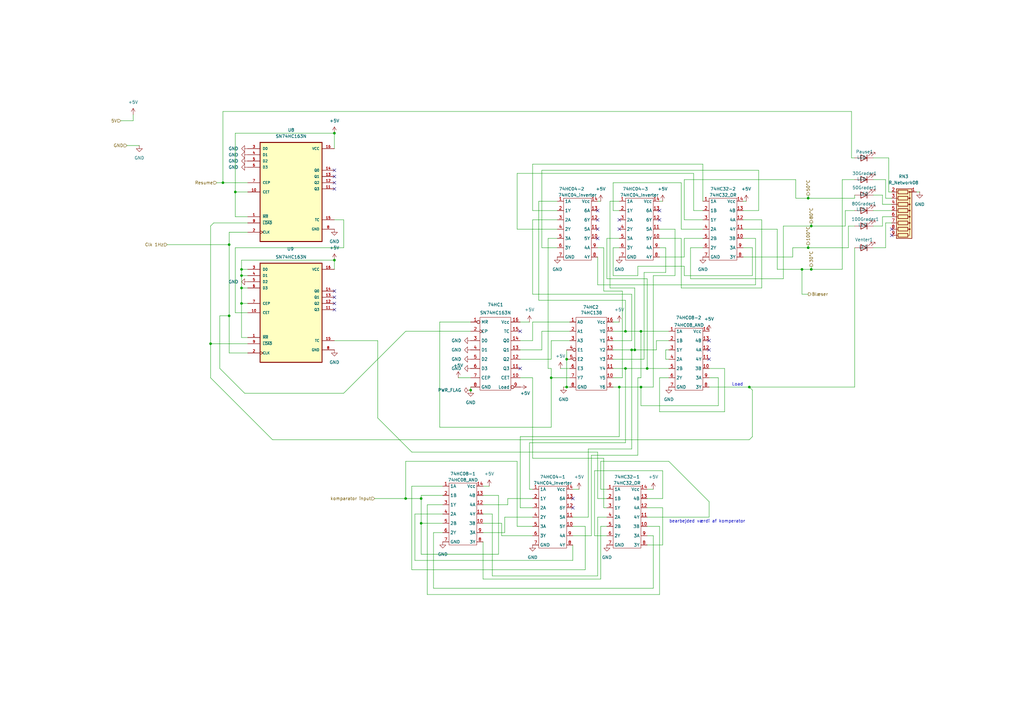
<source format=kicad_sch>
(kicad_sch (version 20231120) (generator "eeschema") (generator_version "8.0")
  (paper "A3")
  (lib_symbols
    (symbol "74HC04:74HC04"
      (property "Reference" "74HC04" (at 2.032 -2.032 0))
      (symbol "74HC04_0_1"
        (rectangle (start -3.81 -3.81) (end 7.62 -29.21))
      )
      (symbol "74HC04_1_1"
        (pin input line (at -6.35 -5.08 0) (length 2.54) (name "1A") (number "1"))
        (pin output line (at 10.16 -20.32 180) (length 2.54) (name "5Y") (number "10"))
        (pin input line (at 10.16 -16.51 180) (length 2.54) (name "5A") (number "11"))
        (pin output line (at 10.16 -12.7 180) (length 2.54) (name "6Y") (number "12"))
        (pin input line (at 10.16 -8.89 180) (length 2.54) (name "6A") (number "13"))
        (pin power_in line (at 10.16 -5.08 180) (length 2.54) (name "Vcc") (number "14"))
        (pin output line (at -6.35 -8.89 0) (length 2.54) (name "1Y") (number "2"))
        (pin input line (at -6.35 -12.7 0) (length 2.54) (name "2A") (number "3"))
        (pin output line (at -6.35 -16.51 0) (length 2.54) (name "2Y") (number "4"))
        (pin input line (at -6.35 -20.32 0) (length 2.54) (name "3A") (number "5"))
        (pin output line (at -6.35 -24.13 0) (length 2.54) (name "3Y") (number "6"))
        (pin passive line (at -6.35 -27.94 0) (length 2.54) (name "GND") (number "7"))
        (pin output line (at 10.16 -27.94 180) (length 2.54) (name "4Y") (number "8"))
        (pin input line (at 10.16 -24.13 180) (length 2.54) (name "4A") (number "9"))
      )
    )
    (symbol "74HC04:74HC138"
      (property "Reference" "74HC138" (at 1.27 -1.524 0))
      (symbol "74HC138_0_1"
        (rectangle (start -5.08 -3.175) (end 7.62 -33.02))
      )
      (symbol "74HC138_1_1"
        (pin input line (at -7.62 -5.08 0) (length 2.54) (name "A0") (number "1"))
        (pin output line (at 10.16 -27.94 180) (length 2.54) (name "Y5") (number "10"))
        (pin output line (at 10.16 -24.13 180) (length 2.54) (name "Y4") (number "11"))
        (pin output line (at 10.16 -20.32 180) (length 2.54) (name "Y3") (number "12"))
        (pin output line (at 10.16 -16.51 180) (length 2.54) (name "Y2") (number "13"))
        (pin output line (at 10.16 -12.7 180) (length 2.54) (name "Y1") (number "14"))
        (pin output line (at 10.16 -8.89 180) (length 2.54) (name "Y0") (number "15"))
        (pin power_in line (at 10.16 -5.08 180) (length 2.54) (name "Vcc") (number "16"))
        (pin input line (at -7.62 -8.89 0) (length 2.54) (name "A1") (number "2"))
        (pin input line (at -7.62 -12.7 0) (length 2.54) (name "A3") (number "3"))
        (pin input inverted (at -8.89 -16.51 0) (length 3.81) (name "E1") (number "4"))
        (pin input inverted (at -8.89 -20.32 0) (length 3.81) (name "E2") (number "5"))
        (pin input line (at -7.62 -24.13 0) (length 2.54) (name "E3") (number "6"))
        (pin output line (at -7.62 -27.94 0) (length 2.54) (name "Y7") (number "7"))
        (pin input line (at -7.62 -31.75 0) (length 2.54) (name "GND") (number "8"))
        (pin output line (at 10.16 -31.75 180) (length 2.54) (name "Y6") (number "9"))
      )
    )
    (symbol "74HC04:74HC163_Counter"
      (property "Reference" "74HC163" (at 1.27 0 0))
      (property "Value" "~" (at 1.27 -1.27 0))
      (symbol "74HC163_Counter_0_1"
        (rectangle (start -5.08 -3.175) (end 7.62 -33.02))
      )
      (symbol "74HC163_Counter_1_1"
        (pin input inverted (at -8.89 -5.08 0) (length 3.81) (name "MR") (number "1"))
        (pin input line (at 11.43 -27.94 180) (length 3.81) (name "CET") (number "10"))
        (pin output line (at 11.43 -24.13 180) (length 3.81) (name "Q3") (number "11"))
        (pin output line (at 11.43 -20.32 180) (length 3.81) (name "Q2") (number "12"))
        (pin output line (at 11.43 -16.51 180) (length 3.81) (name "Q1") (number "13"))
        (pin output line (at 11.43 -12.7 180) (length 3.81) (name "Q0") (number "14"))
        (pin output line (at 11.43 -8.89 180) (length 3.81) (name "TC") (number "15"))
        (pin power_in line (at 11.43 -5.08 180) (length 3.81) (name "Vcc") (number "16"))
        (pin input clock (at -8.89 -8.89 0) (length 3.81) (name "CP") (number "2"))
        (pin input line (at -8.89 -12.7 0) (length 3.81) (name "D0") (number "3"))
        (pin input line (at -8.89 -16.51 0) (length 3.81) (name "D1") (number "4"))
        (pin input line (at -8.89 -20.32 0) (length 3.81) (name "D2") (number "5"))
        (pin input line (at -8.89 -24.13 0) (length 3.81) (name "D3") (number "6"))
        (pin input line (at -8.89 -27.94 0) (length 3.81) (name "CEP") (number "7"))
        (pin passive line (at -8.89 -31.75 0) (length 3.81) (name "GND") (number "8"))
        (pin input inverted (at 11.43 -31.75 180) (length 3.81) (name "Load") (number "9"))
      )
    )
    (symbol "74HC04:74HC32"
      (property "Reference" "74HC32" (at -0.762 -1.016 0))
      (symbol "74HC32_0_1"
        (rectangle (start -6.35 -2.54) (end 5.08 -27.94))
      )
      (symbol "74HC32_1_1"
        (pin input line (at -8.89 -3.81 0) (length 2.54) (name "1A") (number "1"))
        (pin input line (at 7.62 -19.05 180) (length 2.54) (name "3B") (number "10"))
        (pin output line (at 7.62 -15.24 180) (length 2.54) (name "4Y") (number "11"))
        (pin input line (at 7.62 -11.43 180) (length 2.54) (name "4A") (number "12"))
        (pin input line (at 7.62 -7.62 180) (length 2.54) (name "4B") (number "13"))
        (pin power_in line (at 7.62 -3.81 180) (length 2.54) (name "Vcc") (number "14"))
        (pin input line (at -8.89 -7.62 0) (length 2.54) (name "1B") (number "2"))
        (pin output line (at -8.89 -11.43 0) (length 2.54) (name "1Y") (number "3"))
        (pin input line (at -8.89 -15.24 0) (length 2.54) (name "2A") (number "4"))
        (pin input line (at -8.89 -19.05 0) (length 2.54) (name "2B") (number "5"))
        (pin output line (at -8.89 -22.86 0) (length 2.54) (name "2Y") (number "6"))
        (pin input line (at -8.89 -26.67 0) (length 2.54) (name "GND") (number "7"))
        (pin output line (at 7.62 -26.67 180) (length 2.54) (name "3Y") (number "8"))
        (pin input line (at 7.62 -22.86 180) (length 2.54) (name "3A") (number "9"))
      )
    )
    (symbol "Device:LED" (pin_numbers hide) (pin_names (offset 1.016) hide)
      (property "Reference" "D" (at 0 2.54 0))
      (property "Value" "LED" (at 0 -2.54 0))
      (symbol "LED_0_1"
        (polyline (pts (xy -1.27 -1.27) (xy -1.27 1.27)) (stroke (width 0.254)))
        (polyline (pts (xy -1.27 0) (xy 1.27 0)))
        (polyline (pts (xy 1.27 -1.27) (xy 1.27 1.27) (xy -1.27 0) (xy 1.27 -1.27)) (stroke (width 0.254)))
        (polyline (pts (xy -3.048 -0.762) (xy -4.572 -2.286) (xy -3.81 -2.286) (xy -4.572 -2.286) (xy -4.572 -1.524)))
        (polyline (pts (xy -1.778 -0.762) (xy -3.302 -2.286) (xy -2.54 -2.286) (xy -3.302 -2.286) (xy -3.302 -1.524)))
      )
      (symbol "LED_1_1"
        (pin passive line (at -3.81 0 0) (length 2.54) (name "K") (number "1"))
        (pin passive line (at 3.81 0 180) (length 2.54) (name "A") (number "2"))
      )
    )
    (symbol "Device:R_Network08" (pin_names (offset 0) hide)
      (property "Reference" "RN" (at -12.7 0 90))
      (property "Value" "R_Network08" (at 10.16 0 90))
      (symbol "R_Network08_0_1"
        (rectangle (start -11.43 -3.175) (end 8.89 3.175) (stroke (width 0.254)) (fill (type background)))
        (rectangle (start -10.922 1.524) (end -9.398 -2.54) (stroke (width 0.254)))
        (circle (center -10.16 2.286) (radius 0.254) (fill (type outline)))
        (rectangle (start -8.382 1.524) (end -6.858 -2.54) (stroke (width 0.254)))
        (circle (center -7.62 2.286) (radius 0.254) (fill (type outline)))
        (rectangle (start -5.842 1.524) (end -4.318 -2.54) (stroke (width 0.254)))
        (circle (center -5.08 2.286) (radius 0.254) (fill (type outline)))
        (rectangle (start -3.302 1.524) (end -1.778 -2.54) (stroke (width 0.254)))
        (circle (center -2.54 2.286) (radius 0.254) (fill (type outline)))
        (rectangle (start -0.762 1.524) (end 0.762 -2.54) (stroke (width 0.254)))
        (polyline (pts (xy -10.16 -2.54) (xy -10.16 -3.81)))
        (polyline (pts (xy -7.62 -2.54) (xy -7.62 -3.81)))
        (polyline (pts (xy -5.08 -2.54) (xy -5.08 -3.81)))
        (polyline (pts (xy -2.54 -2.54) (xy -2.54 -3.81)))
        (polyline (pts (xy 0 -2.54) (xy 0 -3.81)))
        (polyline (pts (xy 2.54 -2.54) (xy 2.54 -3.81)))
        (polyline (pts (xy 5.08 -2.54) (xy 5.08 -3.81)))
        (polyline (pts (xy 7.62 -2.54) (xy 7.62 -3.81)))
        (polyline (pts (xy -10.16 1.524) (xy -10.16 2.286) (xy -7.62 2.286) (xy -7.62 1.524)))
        (polyline (pts (xy -7.62 1.524) (xy -7.62 2.286) (xy -5.08 2.286) (xy -5.08 1.524)))
        (polyline (pts (xy -5.08 1.524) (xy -5.08 2.286) (xy -2.54 2.286) (xy -2.54 1.524)))
        (polyline (pts (xy -2.54 1.524) (xy -2.54 2.286) (xy 0 2.286) (xy 0 1.524)))
        (polyline (pts (xy 0 1.524) (xy 0 2.286) (xy 2.54 2.286) (xy 2.54 1.524)))
        (polyline (pts (xy 2.54 1.524) (xy 2.54 2.286) (xy 5.08 2.286) (xy 5.08 1.524)))
        (polyline (pts (xy 5.08 1.524) (xy 5.08 2.286) (xy 7.62 2.286) (xy 7.62 1.524)))
        (circle (center 0 2.286) (radius 0.254) (fill (type outline)))
        (rectangle (start 1.778 1.524) (end 3.302 -2.54) (stroke (width 0.254)))
        (circle (center 2.54 2.286) (radius 0.254) (fill (type outline)))
        (rectangle (start 4.318 1.524) (end 5.842 -2.54) (stroke (width 0.254)))
        (circle (center 5.08 2.286) (radius 0.254) (fill (type outline)))
        (rectangle (start 6.858 1.524) (end 8.382 -2.54) (stroke (width 0.254)))
      )
      (symbol "R_Network08_1_1"
        (pin passive line (at -10.16 5.08 270) (length 2.54) (name "common") (number "1"))
        (pin passive line (at -10.16 -5.08 90) (length 1.27) (name "R1") (number "2"))
        (pin passive line (at -7.62 -5.08 90) (length 1.27) (name "R2") (number "3"))
        (pin passive line (at -5.08 -5.08 90) (length 1.27) (name "R3") (number "4"))
        (pin passive line (at -2.54 -5.08 90) (length 1.27) (name "R4") (number "5"))
        (pin passive line (at 0 -5.08 90) (length 1.27) (name "R5") (number "6"))
        (pin passive line (at 2.54 -5.08 90) (length 1.27) (name "R6") (number "7"))
        (pin passive line (at 5.08 -5.08 90) (length 1.27) (name "R7") (number "8"))
        (pin passive line (at 7.62 -5.08 90) (length 1.27) (name "R8") (number "9"))
      )
    )
    (symbol "SN74HC163N:SN74HC163N" (pin_names (offset 1.016))
      (property "Reference" "U" (at -12.7 21.32 0))
      (property "Value" "SN74HC163N" (at -12.7 -24.32 0))
      (symbol "SN74HC163N_0_0"
        (rectangle (start -12.7 -20.32) (end 12.7 20.32) (stroke (width 0.41)) (fill (type background)))
        (pin power_in line (at 17.78 17.78 180) (length 5.08) (name "VCC") (number "16"))
        (pin input clock (at -17.78 -16.51 0) (length 5.08) (name "CLK") (number "2"))
        (pin power_in line (at 17.78 -15.24 180) (length 5.08) (name "GND") (number "8"))
        (pin input line (at -17.78 -12.7 0) (length 5.08) (name "~{LOAD}") (number "9"))
      )
      (symbol "SN74HC163N_1_0"
        (pin input line (at -17.78 -10.16 0) (length 5.08) (name "~{MR}") (number "1"))
        (pin input line (at -17.78 0 0) (length 5.08) (name "CET") (number "10"))
        (pin output line (at 17.78 1.27 180) (length 5.08) (name "Q3") (number "11"))
        (pin output line (at 17.78 3.81 180) (length 5.08) (name "Q2") (number "12"))
        (pin output line (at 17.78 6.35 180) (length 5.08) (name "Q1") (number "13"))
        (pin output line (at 17.78 8.89 180) (length 5.08) (name "Q0") (number "14"))
        (pin output line (at 17.78 -11.43 180) (length 5.08) (name "TC") (number "15"))
        (pin input line (at -17.78 17.78 0) (length 5.08) (name "D0") (number "3"))
        (pin input line (at -17.78 15.24 0) (length 5.08) (name "D1") (number "4"))
        (pin input line (at -17.78 12.7 0) (length 5.08) (name "D2") (number "5"))
        (pin input line (at -17.78 10.16 0) (length 5.08) (name "D3") (number "6"))
        (pin input line (at -17.78 3.81 0) (length 5.08) (name "CEP") (number "7"))
      )
    )
    (symbol "SN74HC163N_1" (pin_names (offset 1.016))
      (property "Reference" "U" (at -12.7 21.32 0))
      (property "Value" "SN74HC163N" (at -12.7 -24.32 0))
      (symbol "SN74HC163N_1_0_0"
        (rectangle (start -12.7 -20.32) (end 12.7 20.32) (stroke (width 0.41)) (fill (type background)))
        (pin power_in line (at 17.78 17.78 180) (length 5.08) (name "VCC") (number "16"))
        (pin input clock (at -17.78 -16.51 0) (length 5.08) (name "CLK") (number "2"))
        (pin power_in line (at 17.78 -15.24 180) (length 5.08) (name "GND") (number "8"))
        (pin input line (at -17.78 -12.7 0) (length 5.08) (name "~{LOAD}") (number "9"))
      )
      (symbol "SN74HC163N_1_1_0"
        (pin input line (at -17.78 -10.16 0) (length 5.08) (name "~{MR}") (number "1"))
        (pin input line (at -17.78 0 0) (length 5.08) (name "CET") (number "10"))
        (pin output line (at 17.78 1.27 180) (length 5.08) (name "Q3") (number "11"))
        (pin output line (at 17.78 3.81 180) (length 5.08) (name "Q2") (number "12"))
        (pin output line (at 17.78 6.35 180) (length 5.08) (name "Q1") (number "13"))
        (pin output line (at 17.78 8.89 180) (length 5.08) (name "Q0") (number "14"))
        (pin output line (at 17.78 -11.43 180) (length 5.08) (name "TC") (number "15"))
        (pin input line (at -17.78 17.78 0) (length 5.08) (name "D0") (number "3"))
        (pin input line (at -17.78 15.24 0) (length 5.08) (name "D1") (number "4"))
        (pin input line (at -17.78 12.7 0) (length 5.08) (name "D2") (number "5"))
        (pin input line (at -17.78 10.16 0) (length 5.08) (name "D3") (number "6"))
        (pin input line (at -17.78 3.81 0) (length 5.08) (name "CEP") (number "7"))
      )
    )
    (symbol "power:+5V" (power) (pin_numbers hide) (pin_names (offset 0) hide)
      (property "Value" "+5V" (at 0 3.556 0))
      (symbol "+5V_0_1"
        (polyline (pts (xy -0.762 1.27) (xy 0 2.54)))
        (polyline (pts (xy 0 0) (xy 0 2.54)))
        (polyline (pts (xy 0 2.54) (xy 0.762 1.27)))
      )
      (symbol "+5V_1_1"
        (pin power_in line (at 0 0 90) (length 0) (name "~") (number "1"))
      )
    )
    (symbol "power:GND" (power) (pin_numbers hide) (pin_names (offset 0) hide)
      (property "Value" "GND" (at 0 -3.81 0))
      (symbol "GND_0_1"
        (polyline (pts (xy 0 0) (xy 0 -1.27) (xy 1.27 -1.27) (xy 0 -2.54) (xy -1.27 -1.27) (xy 0 -1.27)))
      )
      (symbol "GND_1_1"
        (pin power_in line (at 0 0 270) (length 0) (name "~") (number "1"))
      )
    )
    (symbol "power:PWR_FLAG" (power) (pin_numbers hide) (pin_names (offset 0) hide)
      (property "Value" "PWR_FLAG" (at 0 3.81 0))
      (symbol "PWR_FLAG_0_0"
        (pin power_out line (at 0 0 90) (length 0) (name "~") (number "1"))
      )
      (symbol "PWR_FLAG_0_1"
        (polyline (pts (xy 0 0) (xy 0 1.27) (xy -1.016 1.905) (xy 0 2.54) (xy 1.016 1.905) (xy 0 1.27)))
      )
    )
  )
  (junction (at 93.98 129.54))
  (junction (at 265.43 151.13))
  (junction (at 256.54 151.13))
  (junction (at 91.44 74.93))
  (junction (at 172.72 204.47))
  (junction (at 232.41 147.32))
  (junction (at 307.34 158.75))
  (junction (at 331.47 101.6))
  (junction (at 256.54 135.89))
  (junction (at 137.16 106.68))
  (junction (at 331.47 81.28))
  (junction (at 226.06 154.94))
  (junction (at 93.98 100.33))
  (junction (at 332.74 92.71))
  (junction (at 259.08 143.51))
  (junction (at 193.04 160.02))
  (junction (at 328.93 110.49))
  (junction (at 99.06 124.46))
  (junction (at 172.72 214.63))
  (junction (at 99.06 113.03))
  (junction (at 99.06 110.49))
  (junction (at 232.41 158.75))
  (junction (at 254 158.75))
  (junction (at 137.16 54.61))
  (junction (at 260.35 143.51))
  (junction (at 99.06 118.11))
  (junction (at 166.37 204.47))
  (junction (at 332.74 110.49))
  (junction (at 86.36 140.97))
  (junction (at 262.89 158.75))
  (junction (at 262.89 135.89))
  (junction (at 96.52 78.74))
  (no_connect (at 137.16 69.85))
  (no_connect (at 137.16 77.47))
  (no_connect (at 270.51 90.17))
  (no_connect (at 137.16 74.93))
  (no_connect (at 290.83 139.7))
  (no_connect (at 234.95 208.28))
  (no_connect (at 137.16 124.46))
  (no_connect (at 234.95 204.47))
  (no_connect (at 270.51 86.36))
  (no_connect (at 245.11 86.36))
  (no_connect (at 137.16 121.92))
  (no_connect (at 245.11 97.79))
  (no_connect (at 137.16 127))
  (no_connect (at 365.76 96.52))
  (no_connect (at 245.11 93.98))
  (no_connect (at 213.36 151.13))
  (no_connect (at 137.16 72.39))
  (no_connect (at 254 90.17))
  (no_connect (at 213.36 135.89))
  (no_connect (at 290.83 143.51))
  (no_connect (at 365.76 93.98))
  (no_connect (at 254 93.98))
  (no_connect (at 290.83 147.32))
  (no_connect (at 137.16 119.38))
  (no_connect (at 245.11 90.17))
  (wire (pts (xy 267.97 241.3) (xy 267.97 219.71)))
  (wire (pts (xy 218.44 154.94) (xy 213.36 154.94)))
  (wire (pts (xy 270.51 243.84) (xy 270.51 215.9)))
  (wire (pts (xy 226.06 154.94) (xy 226.06 151.13)))
  (wire (pts (xy 111.76 180.34) (xy 307.34 180.34)))
  (wire (pts (xy 245.11 185.42) (xy 168.91 185.42)))
  (wire (pts (xy 325.12 101.6) (xy 331.47 101.6)))
  (wire (pts (xy 96.52 128.27) (xy 101.6 128.27)))
  (wire (pts (xy 218.44 132.08) (xy 233.68 132.08)))
  (wire (pts (xy 279.4 118.11) (xy 312.42 118.11)))
  (wire (pts (xy 262.89 135.89) (xy 262.89 154.94)))
  (wire (pts (xy 332.74 91.44) (xy 332.74 92.71)))
  (wire (pts (xy 218.44 86.36) (xy 218.44 67.31)))
  (wire (pts (xy 198.12 203.2) (xy 204.47 203.2)))
  (wire (pts (xy 217.17 200.66) (xy 218.44 200.66)))
  (wire (pts (xy 358.14 86.36) (xy 365.76 86.36)))
  (wire (pts (xy 234.95 223.52) (xy 234.95 229.87)))
  (wire (pts (xy 226.06 139.7) (xy 233.68 139.7)))
  (wire (pts (xy 290.83 158.75) (xy 307.34 158.75)))
  (wire (pts (xy 212.09 71.12) (xy 284.48 71.12)))
  (wire (pts (xy 288.29 67.31) (xy 288.29 82.55)))
  (wire (pts (xy 54.61 46.99) (xy 54.61 49.53)))
  (wire (pts (xy 99.06 110.49) (xy 99.06 113.03)))
  (wire (pts (xy 267.97 158.75) (xy 267.97 113.03)))
  (wire (pts (xy 345.44 73.66) (xy 350.52 73.66)))
  (wire (pts (xy 270.51 97.79) (xy 279.4 97.79)))
  (wire (pts (xy 260.35 143.51) (xy 259.08 143.51)))
  (wire (pts (xy 86.36 154.94) (xy 111.76 180.34)))
  (wire (pts (xy 270.51 105.41) (xy 280.67 105.41)))
  (wire (pts (xy 290.83 205.74) (xy 290.83 212.09)))
  (wire (pts (xy 332.74 92.71) (xy 346.71 92.71)))
  (wire (pts (xy 271.78 193.04) (xy 271.78 204.47)))
  (wire (pts (xy 251.46 158.75) (xy 254 158.75)))
  (wire (pts (xy 294.64 166.37) (xy 294.64 154.94)))
  (wire (pts (xy 232.41 143.51) (xy 232.41 147.32)))
  (wire (pts (xy 261.62 109.22) (xy 280.67 109.22)))
  (wire (pts (xy 358.14 80.01) (xy 361.95 80.01)))
  (wire (pts (xy 273.05 111.76) (xy 273.05 101.6)))
  (wire (pts (xy 170.18 229.87) (xy 170.18 210.82)))
  (wire (pts (xy 265.43 223.52) (xy 271.78 223.52)))
  (wire (pts (xy 251.46 154.94) (xy 255.27 154.94)))
  (wire (pts (xy 308.61 101.6) (xy 304.8 101.6)))
  (wire (pts (xy 264.16 147.32) (xy 264.16 111.76)))
  (wire (pts (xy 212.09 93.98) (xy 212.09 71.12)))
  (wire (pts (xy 93.98 95.25) (xy 93.98 100.33)))
  (wire (pts (xy 247.65 208.28) (xy 247.65 187.96)))
  (wire (pts (xy 220.98 123.19) (xy 220.98 82.55)))
  (wire (pts (xy 246.38 189.23) (xy 246.38 200.66)))
  (wire (pts (xy 309.88 116.84) (xy 309.88 97.79)))
  (wire (pts (xy 332.74 109.22) (xy 332.74 110.49)))
  (wire (pts (xy 247.65 119.38) (xy 247.65 101.6)))
  (wire (pts (xy 254 158.75) (xy 262.89 158.75)))
  (wire (pts (xy 254 101.6) (xy 251.46 101.6)))
  (wire (pts (xy 261.62 186.69) (xy 242.57 186.69)))
  (wire (pts (xy 307.34 180.34) (xy 308.61 179.07)))
  (wire (pts (xy 280.67 97.79) (xy 288.29 97.79)))
  (wire (pts (xy 290.83 205.74) (xy 274.32 189.23)))
  (wire (pts (xy 222.25 101.6) (xy 222.25 69.85)))
  (wire (pts (xy 262.89 158.75) (xy 262.89 166.37)))
  (wire (pts (xy 273.05 101.6) (xy 270.51 101.6)))
  (wire (pts (xy 363.22 73.66) (xy 363.22 81.28)))
  (wire (pts (xy 204.47 227.33) (xy 172.72 227.33)))
  (wire (pts (xy 358.14 101.6) (xy 363.22 101.6)))
  (wire (pts (xy 256.54 181.61) (xy 217.17 181.61)))
  (wire (pts (xy 90.17 129.54) (xy 90.17 151.13)))
  (wire (pts (xy 248.92 97.79) (xy 254 97.79)))
  (wire (pts (xy 201.93 236.22) (xy 245.11 236.22)))
  (wire (pts (xy 201.93 210.82) (xy 201.93 236.22)))
  (wire (pts (xy 96.52 54.61) (xy 137.16 54.61)))
  (wire (pts (xy 259.08 143.51) (xy 251.46 143.51)))
  (wire (pts (xy 245.11 204.47) (xy 248.92 204.47)))
  (wire (pts (xy 228.6 93.98) (xy 212.09 93.98)))
  (wire (pts (xy 204.47 203.2) (xy 204.47 227.33)))
  (wire (pts (xy 248.92 219.71) (xy 243.84 219.71)))
  (wire (pts (xy 306.07 82.55) (xy 304.8 82.55)))
  (wire (pts (xy 251.46 86.36) (xy 251.46 74.93)))
  (wire (pts (xy 99.06 118.11) (xy 99.06 124.46)))
  (wire (pts (xy 269.24 143.51) (xy 260.35 143.51)))
  (wire (pts (xy 213.36 139.7) (xy 218.44 139.7)))
  (wire (pts (xy 208.28 204.47) (xy 208.28 207.01)))
  (wire (pts (xy 331.47 101.6) (xy 347.98 101.6)))
  (wire (pts (xy 377.19 78.74) (xy 375.92 78.74)))
  (wire (pts (xy 154.94 139.7) (xy 154.94 171.45)))
  (wire (pts (xy 349.25 45.72) (xy 349.25 64.77)))
  (wire (pts (xy 87.63 91.44) (xy 86.36 92.71)))
  (wire (pts (xy 265.43 114.3) (xy 248.92 114.3)))
  (wire (pts (xy 276.86 93.98) (xy 270.51 93.98)))
  (wire (pts (xy 274.32 189.23) (xy 246.38 189.23)))
  (wire (pts (xy 331.47 81.28) (xy 350.52 81.28)))
  (wire (pts (xy 364.49 78.74) (xy 365.76 78.74)))
  (wire (pts (xy 91.44 74.93) (xy 91.44 45.72)))
  (wire (pts (xy 198.12 222.25) (xy 198.12 237.49)))
  (wire (pts (xy 172.72 227.33) (xy 172.72 214.63)))
  (wire (pts (xy 240.03 215.9) (xy 240.03 233.68)))
  (wire (pts (xy 175.26 207.01) (xy 175.26 243.84)))
  (wire (pts (xy 363.22 91.44) (xy 365.76 91.44)))
  (wire (pts (xy 86.36 140.97) (xy 101.6 140.97)))
  (wire (pts (xy 270.51 215.9) (xy 265.43 215.9)))
  (wire (pts (xy 177.8 241.3) (xy 267.97 241.3)))
  (wire (pts (xy 311.15 69.85) (xy 311.15 86.36)))
  (wire (pts (xy 265.43 151.13) (xy 265.43 114.3)))
  (wire (pts (xy 283.21 114.3) (xy 321.31 114.3)))
  (wire (pts (xy 101.6 78.74) (xy 96.52 78.74)))
  (wire (pts (xy 91.44 45.72) (xy 349.25 45.72)))
  (wire (pts (xy 248.92 208.28) (xy 247.65 208.28)))
  (wire (pts (xy 232.41 147.32) (xy 232.41 158.75)))
  (wire (pts (xy 86.36 92.71) (xy 86.36 140.97)))
  (wire (pts (xy 243.84 219.71) (xy 243.84 193.04)))
  (wire (pts (xy 180.34 175.26) (xy 180.34 132.08)))
  (wire (pts (xy 93.98 95.25) (xy 101.6 95.25)))
  (wire (pts (xy 255.27 154.94) (xy 255.27 119.38)))
  (wire (pts (xy 168.91 233.68) (xy 168.91 199.39)))
  (wire (pts (xy 232.41 158.75) (xy 233.68 158.75)))
  (wire (pts (xy 304.8 93.98) (xy 318.77 93.98)))
  (wire (pts (xy 361.95 80.01) (xy 361.95 83.82)))
  (wire (pts (xy 99.06 124.46) (xy 99.06 138.43)))
  (wire (pts (xy 271.78 208.28) (xy 265.43 208.28)))
  (wire (pts (xy 270.51 154.94) (xy 270.51 168.91)))
  (wire (pts (xy 177.8 218.44) (xy 177.8 241.3)))
  (wire (pts (xy 271.78 204.47) (xy 265.43 204.47)))
  (wire (pts (xy 271.78 82.55) (xy 270.51 82.55)))
  (wire (pts (xy 280.67 109.22) (xy 280.67 113.03)))
  (wire (pts (xy 251.46 147.32) (xy 264.16 147.32)))
  (wire (pts (xy 267.97 200.66) (xy 265.43 200.66)))
  (wire (pts (xy 226.06 151.13) (xy 224.79 151.13)))
  (wire (pts (xy 180.34 132.08) (xy 193.04 132.08)))
  (wire (pts (xy 262.89 158.75) (xy 267.97 158.75)))
  (wire (pts (xy 101.6 91.44) (xy 87.63 91.44)))
  (wire (pts (xy 166.37 135.89) (xy 140.97 161.29)))
  (wire (pts (xy 213.36 147.32) (xy 226.06 147.32)))
  (wire (pts (xy 279.4 93.98) (xy 288.29 93.98)))
  (wire (pts (xy 265.43 151.13) (xy 274.32 151.13)))
  (wire (pts (xy 91.44 74.93) (xy 101.6 74.93)))
  (wire (pts (xy 224.79 97.79) (xy 228.6 97.79)))
  (wire (pts (xy 248.92 114.3) (xy 248.92 97.79)))
  (wire (pts (xy 361.95 83.82) (xy 365.76 83.82)))
  (wire (pts (xy 213.36 179.07) (xy 213.36 208.28)))
  (wire (pts (xy 99.06 113.03) (xy 101.6 113.03)))
  (wire (pts (xy 260.35 118.11) (xy 250.19 118.11)))
  (wire (pts (xy 280.67 113.03) (xy 308.61 113.03)))
  (wire (pts (xy 250.19 118.11) (xy 250.19 82.55)))
  (wire (pts (xy 284.48 86.36) (xy 288.29 86.36)))
  (wire (pts (xy 93.98 144.78) (xy 101.6 144.78)))
  (wire (pts (xy 200.66 199.39) (xy 198.12 199.39)))
  (wire (pts (xy 261.62 154.94) (xy 261.62 186.69)))
  (wire (pts (xy 181.61 218.44) (xy 177.8 218.44)))
  (wire (pts (xy 328.93 110.49) (xy 332.74 110.49)))
  (wire (pts (xy 250.19 82.55) (xy 254 82.55)))
  (wire (pts (xy 345.44 110.49) (xy 345.44 73.66)))
  (wire (pts (xy 218.44 204.47) (xy 208.28 204.47)))
  (wire (pts (xy 86.36 140.97) (xy 86.36 154.94)))
  (wire (pts (xy 251.46 151.13) (xy 256.54 151.13)))
  (wire (pts (xy 234.95 229.87) (xy 170.18 229.87)))
  (wire (pts (xy 297.18 168.91) (xy 297.18 151.13)))
  (wire (pts (xy 308.61 179.07) (xy 308.61 160.02)))
  (wire (pts (xy 259.08 143.51) (xy 259.08 184.15)))
  (wire (pts (xy 93.98 129.54) (xy 93.98 144.78)))
  (wire (pts (xy 217.17 181.61) (xy 217.17 200.66)))
  (wire (pts (xy 237.49 200.66) (xy 234.95 200.66)))
  (wire (pts (xy 212.09 215.9) (xy 218.44 215.9)))
  (wire (pts (xy 168.91 199.39) (xy 181.61 199.39)))
  (wire (pts (xy 280.67 73.66) (xy 326.39 73.66)))
  (wire (pts (xy 246.38 215.9) (xy 248.92 215.9)))
  (wire (pts (xy 187.96 154.94) (xy 193.04 154.94)))
  (wire (pts (xy 96.52 54.61) (xy 96.52 78.74)))
  (wire (pts (xy 361.95 92.71) (xy 361.95 88.9)))
  (wire (pts (xy 226.06 139.7) (xy 226.06 147.32)))
  (wire (pts (xy 234.95 215.9) (xy 240.03 215.9)))
  (wire (pts (xy 175.26 243.84) (xy 270.51 243.84)))
  (wire (pts (xy 270.51 168.91) (xy 297.18 168.91)))
  (wire (pts (xy 274.32 143.51) (xy 273.05 143.51)))
  (wire (pts (xy 251.46 74.93) (xy 279.4 74.93)))
  (wire (pts (xy 294.64 154.94) (xy 290.83 154.94)))
  (wire (pts (xy 228.6 101.6) (xy 222.25 101.6)))
  (wire (pts (xy 269.24 139.7) (xy 269.24 143.51)))
  (wire (pts (xy 326.39 81.28) (xy 331.47 81.28)))
  (wire (pts (xy 90.17 129.54) (xy 93.98 129.54)))
  (wire (pts (xy 222.25 143.51) (xy 222.25 135.89)))
  (wire (pts (xy 193.04 158.75) (xy 193.04 160.02)))
  (wire (pts (xy 207.01 218.44) (xy 198.12 218.44)))
  (wire (pts (xy 350.52 81.28) (xy 350.52 80.01)))
  (wire (pts (xy 241.3 212.09) (xy 234.95 212.09)))
  (wire (pts (xy 259.08 120.65) (xy 218.44 120.65)))
  (wire (pts (xy 100.33 161.29) (xy 90.17 151.13)))
  (wire (pts (xy 245.11 236.22) (xy 245.11 212.09)))
  (wire (pts (xy 181.61 214.63) (xy 172.72 214.63)))
  (wire (pts (xy 273.05 143.51) (xy 273.05 147.32)))
  (wire (pts (xy 256.54 151.13) (xy 256.54 181.61)))
  (wire (pts (xy 363.22 101.6) (xy 363.22 91.44)))
  (wire (pts (xy 265.43 212.09) (xy 290.83 212.09)))
  (wire (pts (xy 312.42 90.17) (xy 304.8 90.17)))
  (wire (pts (xy 166.37 204.47) (xy 166.37 189.23)))
  (wire (pts (xy 321.31 92.71) (xy 332.74 92.71)))
  (wire (pts (xy 361.95 88.9) (xy 365.76 88.9)))
  (wire (pts (xy 228.6 86.36) (xy 218.44 86.36)))
  (wire (pts (xy 260.35 143.51) (xy 260.35 118.11)))
  (wire (pts (xy 243.84 193.04) (xy 271.78 193.04)))
  (wire (pts (xy 308.61 160.02) (xy 307.34 158.75)))
  (wire (pts (xy 328.93 110.49) (xy 328.93 120.65)))
  (wire (pts (xy 256.54 123.19) (xy 220.98 123.19)))
  (wire (pts (xy 262.89 154.94) (xy 261.62 154.94)))
  (wire (pts (xy 350.52 101.6) (xy 350.52 158.75)))
  (wire (pts (xy 101.6 138.43) (xy 99.06 138.43)))
  (wire (pts (xy 261.62 113.03) (xy 261.62 109.22)))
  (wire (pts (xy 245.11 116.84) (xy 309.88 116.84)))
  (wire (pts (xy 332.74 110.49) (xy 345.44 110.49)))
  (wire (pts (xy 96.52 88.9) (xy 101.6 88.9)))
  (wire (pts (xy 358.14 92.71) (xy 361.95 92.71)))
  (wire (pts (xy 153.67 204.47) (xy 166.37 204.47)))
  (wire (pts (xy 96.52 88.9) (xy 96.52 78.74)))
  (wire (pts (xy 222.25 135.89) (xy 233.68 135.89)))
  (wire (pts (xy 242.57 186.69) (xy 242.57 219.71)))
  (wire (pts (xy 364.49 64.77) (xy 364.49 78.74)))
  (wire (pts (xy 350.52 158.75) (xy 307.34 158.75)))
  (wire (pts (xy 347.98 101.6) (xy 347.98 92.71)))
  (wire (pts (xy 99.06 124.46) (xy 101.6 124.46)))
  (wire (pts (xy 321.31 114.3) (xy 321.31 92.71)))
  (wire (pts (xy 93.98 100.33) (xy 93.98 129.54)))
  (wire (pts (xy 246.38 200.66) (xy 248.92 200.66)))
  (wire (pts (xy 222.25 69.85) (xy 311.15 69.85)))
  (wire (pts (xy 254 86.36) (xy 251.46 86.36)))
  (wire (pts (xy 331.47 100.33) (xy 331.47 101.6)))
  (wire (pts (xy 208.28 207.01) (xy 198.12 207.01)))
  (wire (pts (xy 245.11 185.42) (xy 245.11 204.47)))
  (wire (pts (xy 218.44 90.17) (xy 228.6 90.17)))
  (wire (pts (xy 267.97 113.03) (xy 276.86 113.03)))
  (wire (pts (xy 96.52 101.6) (xy 140.97 101.6)))
  (wire (pts (xy 280.67 105.41) (xy 280.67 97.79)))
  (wire (pts (xy 224.79 151.13) (xy 224.79 97.79)))
  (wire (pts (xy 68.58 100.33) (xy 93.98 100.33)))
  (wire (pts (xy 304.8 105.41) (xy 325.12 105.41)))
  (wire (pts (xy 312.42 118.11) (xy 312.42 90.17)))
  (wire (pts (xy 166.37 204.47) (xy 172.72 204.47)))
  (wire (pts (xy 240.03 233.68) (xy 168.91 233.68)))
  (wire (pts (xy 251.46 135.89) (xy 256.54 135.89)))
  (wire (pts (xy 213.36 143.51) (xy 222.25 143.51)))
  (wire (pts (xy 280.67 90.17) (xy 280.67 73.66)))
  (wire (pts (xy 172.72 204.47) (xy 172.72 203.2)))
  (wire (pts (xy 346.71 86.36) (xy 350.52 86.36)))
  (wire (pts (xy 140.97 101.6) (xy 140.97 90.17)))
  (wire (pts (xy 259.08 139.7) (xy 259.08 120.65)))
  (wire (pts (xy 99.06 118.11) (xy 101.6 118.11)))
  (wire (pts (xy 279.4 97.79) (xy 279.4 118.11)))
  (wire (pts (xy 247.65 187.96) (xy 218.44 187.96)))
  (wire (pts (xy 326.39 73.66) (xy 326.39 81.28)))
  (wire (pts (xy 241.3 184.15) (xy 241.3 212.09)))
  (wire (pts (xy 271.78 223.52) (xy 271.78 208.28)))
  (wire (pts (xy 166.37 189.23) (xy 212.09 189.23)))
  (wire (pts (xy 254 179.07) (xy 213.36 179.07)))
  (wire (pts (xy 349.25 64.77) (xy 350.52 64.77)))
  (wire (pts (xy 217.17 132.08) (xy 213.36 132.08)))
  (wire (pts (xy 247.65 101.6) (xy 245.11 101.6)))
  (wire (pts (xy 273.05 147.32) (xy 274.32 147.32)))
  (wire (pts (xy 229.87 151.13) (xy 233.68 151.13)))
  (wire (pts (xy 218.44 212.09) (xy 207.01 212.09)))
  (wire (pts (xy 231.14 158.75) (xy 232.41 158.75)))
  (wire (pts (xy 88.9 74.93) (xy 91.44 74.93)))
  (wire (pts (xy 276.86 113.03) (xy 276.86 93.98)))
  (wire (pts (xy 363.22 81.28) (xy 365.76 81.28)))
  (wire (pts (xy 205.74 214.63) (xy 198.12 214.63)))
  (wire (pts (xy 279.4 74.93) (xy 279.4 93.98)))
  (wire (pts (xy 318.77 93.98) (xy 318.77 110.49)))
  (wire (pts (xy 262.89 135.89) (xy 274.32 135.89)))
  (wire (pts (xy 283.21 101.6) (xy 283.21 114.3)))
  (wire (pts (xy 264.16 111.76) (xy 273.05 111.76)))
  (wire (pts (xy 251.46 101.6) (xy 251.46 113.03)))
  (wire (pts (xy 218.44 67.31) (xy 288.29 67.31)))
  (wire (pts (xy 254 158.75) (xy 254 179.07)))
  (wire (pts (xy 137.16 54.61) (xy 137.16 60.96)))
  (wire (pts (xy 172.72 203.2) (xy 181.61 203.2)))
  (wire (pts (xy 255.27 119.38) (xy 247.65 119.38)))
  (wire (pts (xy 269.24 139.7) (xy 274.32 139.7)))
  (wire (pts (xy 318.77 110.49) (xy 328.93 110.49)))
  (wire (pts (xy 226.06 154.94) (xy 226.06 175.26)))
  (wire (pts (xy 137.16 139.7) (xy 154.94 139.7)))
  (wire (pts (xy 331.47 80.01) (xy 331.47 81.28)))
  (wire (pts (xy 262.89 166.37) (xy 294.64 166.37)))
  (wire (pts (xy 246.38 82.55) (xy 245.11 82.55)))
  (wire (pts (xy 246.38 237.49) (xy 246.38 215.9)))
  (wire (pts (xy 207.01 212.09) (xy 207.01 218.44)))
  (wire (pts (xy 220.98 82.55) (xy 228.6 82.55)))
  (wire (pts (xy 213.36 208.28) (xy 218.44 208.28)))
  (wire (pts (xy 205.74 219.71) (xy 205.74 214.63)))
  (wire (pts (xy 325.12 105.41) (xy 325.12 101.6)))
  (wire (pts (xy 172.72 214.63) (xy 172.72 204.47)))
  (wire (pts (xy 170.18 210.82) (xy 181.61 210.82)))
  (wire (pts (xy 346.71 92.71) (xy 346.71 86.36)))
  (wire (pts (xy 245.11 105.41) (xy 245.11 116.84)))
  (wire (pts (xy 308.61 113.03) (xy 308.61 101.6)))
  (wire (pts (xy 267.97 219.71) (xy 265.43 219.71)))
  (wire (pts (xy 284.48 71.12) (xy 284.48 86.36)))
  (wire (pts (xy 256.54 151.13) (xy 265.43 151.13)))
  (wire (pts (xy 99.06 106.68) (xy 137.16 106.68)))
  (wire (pts (xy 288.29 101.6) (xy 283.21 101.6)))
  (wire (pts (xy 311.15 86.36) (xy 304.8 86.36)))
  (wire (pts (xy 52.07 59.69) (xy 57.15 59.69)))
  (wire (pts (xy 154.94 171.45) (xy 168.91 185.42)))
  (wire (pts (xy 358.14 73.66) (xy 363.22 73.66)))
  (wire (pts (xy 358.14 64.77) (xy 364.49 64.77)))
  (wire (pts (xy 274.32 154.94) (xy 270.51 154.94)))
  (wire (pts (xy 96.52 128.27) (xy 96.52 101.6)))
  (wire (pts (xy 233.68 154.94) (xy 226.06 154.94)))
  (wire (pts (xy 137.16 90.17) (xy 140.97 90.17)))
  (wire (pts (xy 331.47 120.65) (xy 328.93 120.65)))
  (wire (pts (xy 212.09 189.23) (xy 212.09 215.9)))
  (wire (pts (xy 226.06 175.26) (xy 180.34 175.26)))
  (wire (pts (xy 166.37 135.89) (xy 193.04 135.89)))
  (wire (pts (xy 297.18 151.13) (xy 290.83 151.13)))
  (wire (pts (xy 347.98 92.71) (xy 350.52 92.71)))
  (wire (pts (xy 99.06 106.68) (xy 99.06 110.49)))
  (wire (pts (xy 99.06 110.49) (xy 101.6 110.49)))
  (wire (pts (xy 242.57 219.71) (xy 234.95 219.71)))
  (wire (pts (xy 198.12 237.49) (xy 246.38 237.49)))
  (wire (pts (xy 251.46 113.03) (xy 261.62 113.03)))
  (wire (pts (xy 218.44 154.94) (xy 218.44 187.96)))
  (wire (pts (xy 309.88 97.79) (xy 304.8 97.79)))
  (wire (pts (xy 99.06 113.03) (xy 99.06 118.11)))
  (wire (pts (xy 259.08 184.15) (xy 241.3 184.15)))
  (wire (pts (xy 256.54 135.89) (xy 256.54 123.19)))
  (wire (pts (xy 251.46 139.7) (xy 259.08 139.7)))
  (wire (pts (xy 49.53 49.53) (xy 54.61 49.53)))
  (wire (pts (xy 218.44 219.71) (xy 205.74 219.71)))
  (wire (pts (xy 245.11 212.09) (xy 248.92 212.09)))
  (wire (pts (xy 218.44 139.7) (xy 218.44 132.08)))
  (wire (pts (xy 140.97 161.29) (xy 100.33 161.29)))
  (wire (pts (xy 181.61 207.01) (xy 175.26 207.01)))
  (wire (pts (xy 288.29 90.17) (xy 280.67 90.17)))
  (wire (pts (xy 198.12 210.82) (xy 201.93 210.82)))
  (wire (pts (xy 137.16 106.68) (xy 137.16 110.49)))
  (wire (pts (xy 218.44 120.65) (xy 218.44 90.17)))
  (wire (pts (xy 256.54 135.89) (xy 262.89 135.89)))
  (wire (pts (xy 254 132.08) (xy 251.46 132.08)))
  (text "bearbejded værdi af komperator\n" (at 290.068 213.868 0) (effects (font (size 1.27 1.27))))
  (text "Load" (at 302.514 157.734 0) (effects (font (size 1.27 1.27))))
  (hierarchical_label "30°C" (shape output) (at 332.74 109.22 90))
  (hierarchical_label "50°C" (shape output) (at 331.47 80.01 90))
  (hierarchical_label "5V" (shape input) (at 49.53 49.53 180))
  (hierarchical_label "komparator input" (shape input) (at 153.67 204.47 180))
  (hierarchical_label "80°C" (shape output) (at 332.74 91.44 90))
  (hierarchical_label "GND" (shape input) (at 52.07 59.69 180))
  (hierarchical_label "Clk 1Hz" (shape input) (at 68.58 100.33 180))
  (hierarchical_label "Resume" (shape input) (at 88.9 74.93 180))
  (hierarchical_label "Blæser" (shape output) (at 331.47 120.65 0))
  (hierarchical_label "100°C" (shape output) (at 331.47 100.33 90))
  (symbol (lib_id "SN74HC163N:SN74HC163N") (at 119.38 128.27 0) (unit 1)
    (property "Reference" "U9" (at 119.126 102.108 0))
    (property "Value" "SN74HC163N" (at 119.38 105.41 0))
    (property "Footprint" "SN74HC163N:DIP794W45P254L1969H508Q16" (effects (hide yes)))
    (property "MF" "Texas Instruments" (effects (hide yes)))
    (property "Description_1" "\n                        \n                            4-Bit Synchronous Binary Counters\n                        \n" (effects (hide yes)))
    (property "Package" "PDIP-16 Texas Instruments" (effects (hide yes)))
    (property "Price" "None" (effects (hide yes)))
    (property "SnapEDA_Link" "https://www.snapeda.com/parts/SN74HC163N/Texas+Instruments/view-part/?ref=snap" (effects (hide yes)))
    (property "MP" "SN74HC163N" (effects (hide yes)))
    (property "Availability" "In Stock" (effects (hide yes)))
    (property "Check_prices" "https://www.snapeda.com/parts/SN74HC163N/Texas+Instruments/view-part/?ref=eda" (effects (hide yes)))
  )
  (symbol (lib_id "power:GND") (at 274.32 158.75 0) (unit 1)
    (property "Reference" "#PWR086" (effects (hide yes)))
    (property "Value" "GND" (at 274.32 163.83 0))
    (property "Description" "Power symbol creates a global label with name \"GND\" , ground" (effects (hide yes)))
  )
  (symbol (lib_id "power:+5V") (at 306.07 82.55 0) (unit 1)
    (property "Reference" "#PWR089" (effects (hide yes)))
    (property "Value" "+5V" (at 306.07 77.47 0))
    (property "Description" "Power symbol creates a global label with name \"+5V\"" (effects (hide yes)))
  )
  (symbol (lib_id "power:GND") (at 101.6 66.04 270) (unit 1)
    (property "Reference" "#PWR058" (effects (hide yes)))
    (property "Value" "GND" (at 97.79 66.0399 90) (effects (justify right)))
    (property "Description" "Power symbol creates a global label with name \"GND\" , ground" (effects (hide yes)))
  )
  (symbol (lib_id "power:GND") (at 228.6 105.41 0) (unit 1)
    (property "Reference" "#PWR076" (effects (hide yes)))
    (property "Value" "GND" (at 228.6 110.49 0))
    (property "Description" "Power symbol creates a global label with name \"GND\" , ground" (effects (hide yes)))
  )
  (symbol (lib_id "power:+5V") (at 229.87 151.13 0) (unit 1)
    (property "Reference" "#PWR077" (effects (hide yes)))
    (property "Value" "+5V" (at 229.87 146.05 0))
    (property "Description" "Power symbol creates a global label with name \"+5V\"" (effects (hide yes)))
  )
  (symbol (lib_id "power:GND") (at 101.6 60.96 270) (unit 1)
    (property "Reference" "#PWR056" (effects (hide yes)))
    (property "Value" "GND" (at 97.79 60.9599 90) (effects (justify right)))
    (property "Description" "Power symbol creates a global label with name \"GND\" , ground" (effects (hide yes)))
  )
  (symbol (lib_id "74HC04:74HC138") (at 241.3 127 0) (unit 1)
    (property "Reference" "74HC2" (at 242.316 125.984 0))
    (property "Value" "74HC138" (at 242.57 128.27 0))
    (property "Footprint" "Package_DIP:DIP-16_W7.62mm_LongPads" (effects (hide yes)))
  )
  (symbol (lib_id "power:+5V") (at 271.78 82.55 0) (unit 1)
    (property "Reference" "#PWR085" (effects (hide yes)))
    (property "Value" "+5V" (at 271.78 77.47 0))
    (property "Description" "Power symbol creates a global label with name \"+5V\"" (effects (hide yes)))
  )
  (symbol (lib_id "74HC04:74HC163_Counter") (at 201.93 127 0) (unit 1)
    (property "Reference" "74HC1" (at 203.2 124.968 0))
    (property "Value" "SN74HC163N" (at 203.2 128.27 0))
    (property "Footprint" "Package_DIP:DIP-16_W7.62mm_LongPads" (effects (hide yes)))
  )
  (symbol (lib_id "power:+5V") (at 137.16 54.61 0) (unit 1)
    (property "Reference" "#PWR061" (effects (hide yes)))
    (property "Value" "+5V" (at 137.16 49.53 0))
    (property "Description" "Power symbol creates a global label with name \"+5V\"" (effects (hide yes)))
  )
  (symbol (lib_id "power:+5V") (at 213.36 158.75 270) (unit 1)
    (property "Reference" "#PWR073" (effects (hide yes)))
    (property "Value" "+5V" (at 213.36 161.29 90) (effects (justify left)))
    (property "Description" "Power symbol creates a global label with name \"+5V\"" (effects (hide yes)))
  )
  (symbol (lib_id "74HC04:74HC04") (at 224.79 195.58 0) (unit 1)
    (property "Reference" "74HC04-1" (at 226.695 195.58 0))
    (property "Value" "74HC04_Inverter" (at 226.695 198.12 0))
    (property "Footprint" "Package_DIP:DIP-14_W7.62mm_Socket" (effects (hide yes)))
  )
  (symbol (lib_name "SN74HC163N_1") (lib_id "SN74HC163N:SN74HC163N") (at 119.38 78.74 0) (unit 1)
    (property "Reference" "U8" (at 119.38 53.34 0))
    (property "Value" "SN74HC163N" (at 119.38 55.88 0))
    (property "Footprint" "SN74HC163N:DIP794W45P254L1969H508Q16" (effects (hide yes)))
    (property "MF" "Texas Instruments" (effects (hide yes)))
    (property "Description_1" "\n                        \n                            4-Bit Synchronous Binary Counters\n                        \n" (effects (hide yes)))
    (property "Package" "PDIP-16 Texas Instruments" (effects (hide yes)))
    (property "Price" "None" (effects (hide yes)))
    (property "SnapEDA_Link" "https://www.snapeda.com/parts/SN74HC163N/Texas+Instruments/view-part/?ref=snap" (effects (hide yes)))
    (property "MP" "SN74HC163N" (effects (hide yes)))
    (property "Availability" "In Stock" (effects (hide yes)))
    (property "Check_prices" "https://www.snapeda.com/parts/SN74HC163N/Texas+Instruments/view-part/?ref=eda" (effects (hide yes)))
  )
  (symbol (lib_id "power:GND") (at 218.44 223.52 0) (unit 1)
    (property "Reference" "#PWR075" (effects (hide yes)))
    (property "Value" "GND" (at 218.44 228.6 0))
    (property "Description" "Power symbol creates a global label with name \"GND\" , ground" (effects (hide yes)))
  )
  (symbol (lib_id "power:GND") (at 231.14 158.75 0) (unit 1)
    (property "Reference" "#PWR078" (effects (hide yes)))
    (property "Value" "GND" (at 231.14 163.83 0))
    (property "Description" "Power symbol creates a global label with name \"GND\" , ground" (effects (hide yes)))
  )
  (symbol (lib_id "power:+5V") (at 217.17 132.08 0) (unit 1)
    (property "Reference" "#PWR074" (effects (hide yes)))
    (property "Value" "+5V" (at 217.17 127 0))
    (property "Description" "Power symbol creates a global label with name \"+5V\"" (effects (hide yes)))
  )
  (symbol (lib_id "Device:LED") (at 354.33 101.6 180) (unit 1)
    (property "Reference" "Venter1" (at 354.33 98.298 0))
    (property "Value" "LED" (at 354.076 101.346 0))
    (property "Footprint" "LED_THT:LED_D1.8mm_W1.8mm_H2.4mm_Horizontal_O1.27mm_Z8.2mm" (effects (hide yes)))
    (property "Description" "Light emitting diode" (effects (hide yes)))
  )
  (symbol (lib_id "power:PWR_FLAG") (at 193.04 160.02 90) (unit 1)
    (property "Reference" "#FLG03" (effects (hide yes)))
    (property "Value" "PWR_FLAG" (at 189.23 160.0199 90) (effects (justify left)))
    (property "Description" "Special symbol for telling ERC where power comes from" (effects (hide yes)))
  )
  (symbol (lib_id "power:GND") (at 101.6 63.5 270) (unit 1)
    (property "Reference" "#PWR057" (effects (hide yes)))
    (property "Value" "GND" (at 97.79 63.4999 90) (effects (justify right)))
    (property "Description" "Power symbol creates a global label with name \"GND\" , ground" (effects (hide yes)))
  )
  (symbol (lib_id "power:+5V") (at 267.97 200.66 0) (unit 1)
    (property "Reference" "#PWR084" (effects (hide yes)))
    (property "Value" "+5V" (at 267.97 195.58 0))
    (property "Description" "Power symbol creates a global label with name \"+5V\"" (effects (hide yes)))
  )
  (symbol (lib_id "74HC04:74HC32") (at 190.5 195.58 0) (unit 1)
    (property "Reference" "74HC08-1" (at 189.865 194.31 0))
    (property "Value" "74HC08_AND" (at 189.865 196.85 0))
    (property "Footprint" "Package_DIP:DIP-14_W7.62mm_Socket" (effects (hide yes)))
  )
  (symbol (lib_id "power:+5V") (at 54.61 46.99 0) (unit 1)
    (property "Reference" "#PWR054" (effects (hide yes)))
    (property "Value" "+5V" (at 54.61 41.91 0))
    (property "Description" "Power symbol creates a global label with name \"+5V\"" (effects (hide yes)))
  )
  (symbol (lib_id "power:GND") (at 193.04 143.51 270) (unit 1)
    (property "Reference" "#PWR068" (effects (hide yes)))
    (property "Value" "GND" (at 189.23 143.5099 90) (effects (justify right)))
    (property "Description" "Power symbol creates a global label with name \"GND\" , ground" (effects (hide yes)))
  )
  (symbol (lib_id "74HC04:74HC32") (at 297.18 78.74 0) (unit 1)
    (property "Reference" "74HC32-2" (at 296.545 77.47 0))
    (property "Value" "74HC32_OR" (at 296.545 80.01 0))
    (property "Footprint" "Package_DIP:DIP-14_W7.62mm_Socket" (effects (hide yes)))
  )
  (symbol (lib_id "Device:LED") (at 354.33 92.71 180) (unit 1)
    (property "Reference" "100Grader1" (at 354.838 89.916 0))
    (property "Value" "LED" (at 353.822 92.202 0))
    (property "Footprint" "LED_THT:LED_D1.8mm_W1.8mm_H2.4mm_Horizontal_O1.27mm_Z8.2mm" (effects (hide yes)))
    (property "Description" "Light emitting diode" (effects (hide yes)))
  )
  (symbol (lib_id "Device:LED") (at 354.33 86.36 180) (unit 1)
    (property "Reference" "80Grader1" (at 354.33 83.566 0))
    (property "Value" "LED" (at 353.06 85.852 0))
    (property "Footprint" "LED_THT:LED_D1.8mm_W1.8mm_H2.4mm_Horizontal_O1.27mm_Z8.2mm" (effects (hide yes)))
    (property "Description" "Light emitting diode" (effects (hide yes)))
  )
  (symbol (lib_id "power:GND") (at 193.04 151.13 270) (unit 1)
    (property "Reference" "#PWR070" (effects (hide yes)))
    (property "Value" "GND" (at 189.23 151.1299 90) (effects (justify right)))
    (property "Description" "Power symbol creates a global label with name \"GND\" , ground" (effects (hide yes)))
  )
  (symbol (lib_id "power:+5V") (at 254 132.08 0) (unit 1)
    (property "Reference" "#PWR083" (effects (hide yes)))
    (property "Value" "+5V" (at 254 127 0))
    (property "Description" "Power symbol creates a global label with name \"+5V\"" (effects (hide yes)))
  )
  (symbol (lib_id "74HC04:74HC32") (at 257.81 196.85 0) (unit 1)
    (property "Reference" "74HC32-1" (at 257.175 195.58 0))
    (property "Value" "74HC32_OR" (at 257.175 198.12 0))
    (property "Footprint" "Package_DIP:DIP-14_W7.62mm_Socket" (effects (hide yes)))
  )
  (symbol (lib_id "Device:LED") (at 354.33 64.77 180) (unit 1)
    (property "Reference" "Pause1" (at 354.584 62.23 0))
    (property "Value" "LED" (at 353.314 64.516 0))
    (property "Footprint" "LED_THT:LED_D1.8mm_W1.8mm_H2.4mm_Horizontal_O1.27mm_Z8.2mm" (effects (hide yes)))
    (property "Description" "Light emitting diode" (effects (hide yes)))
  )
  (symbol (lib_id "power:GND") (at 193.04 139.7 270) (unit 1)
    (property "Reference" "#PWR067" (effects (hide yes)))
    (property "Value" "GND" (at 189.23 139.6999 90) (effects (justify right)))
    (property "Description" "Power symbol creates a global label with name \"GND\" , ground" (effects (hide yes)))
  )
  (symbol (lib_id "power:+5V") (at 200.66 199.39 0) (unit 1)
    (property "Reference" "#PWR072" (effects (hide yes)))
    (property "Value" "+5V" (at 200.66 194.31 0))
    (property "Description" "Power symbol creates a global label with name \"+5V\"" (effects (hide yes)))
  )
  (symbol (lib_id "power:GND") (at 254 105.41 0) (unit 1)
    (property "Reference" "#PWR082" (effects (hide yes)))
    (property "Value" "GND" (at 254 110.49 0))
    (property "Description" "Power symbol creates a global label with name \"GND\" , ground" (effects (hide yes)))
  )
  (symbol (lib_id "power:GND") (at 181.61 222.25 0) (unit 1)
    (property "Reference" "#PWR065" (effects (hide yes)))
    (property "Value" "GND" (at 181.61 227.33 0))
    (property "Description" "Power symbol creates a global label with name \"GND\" , ground" (effects (hide yes)))
  )
  (symbol (lib_id "74HC04:74HC04") (at 234.95 77.47 0) (unit 1)
    (property "Reference" "74HC04-2" (at 234.442 77.47 0))
    (property "Value" "74HC04_inverter" (at 236.855 80.01 0))
    (property "Footprint" "Package_DIP:DIP-14_W7.62mm_Socket" (effects (hide yes)))
  )
  (symbol (lib_id "power:+5V") (at 237.49 200.66 0) (unit 1)
    (property "Reference" "#PWR079" (effects (hide yes)))
    (property "Value" "+5V" (at 237.49 195.58 0))
    (property "Description" "Power symbol creates a global label with name \"+5V\"" (effects (hide yes)))
  )
  (symbol (lib_id "power:GND") (at 137.16 143.51 0) (unit 1)
    (property "Reference" "#PWR064" (effects (hide yes)))
    (property "Value" "GND" (at 137.16 148.59 0))
    (property "Description" "Power symbol creates a global label with name \"GND\" , ground" (effects (hide yes)))
  )
  (symbol (lib_id "Device:LED") (at 354.33 80.01 180) (unit 1)
    (property "Reference" "50Grader1" (at 354.584 76.962 0))
    (property "Value" "LED" (at 354.33 79.502 0))
    (property "Footprint" "LED_THT:LED_D1.8mm_W1.8mm_H2.4mm_Horizontal_O1.27mm_Z8.2mm" (effects (hide yes)))
    (property "Description" "Light emitting diode" (effects (hide yes)))
  )
  (symbol (lib_id "power:GND") (at 248.92 223.52 0) (unit 1)
    (property "Reference" "#PWR081" (effects (hide yes)))
    (property "Value" "GND" (at 248.92 228.6 0))
    (property "Description" "Power symbol creates a global label with name \"GND\" , ground" (effects (hide yes)))
  )
  (symbol (lib_id "power:+5V") (at 246.38 82.55 0) (unit 1)
    (property "Reference" "#PWR080" (effects (hide yes)))
    (property "Value" "+5V" (at 246.38 77.47 0))
    (property "Description" "Power symbol creates a global label with name \"+5V\"" (effects (hide yes)))
  )
  (symbol (lib_id "Device:R_Network08") (at 370.84 88.9 270) (unit 1)
    (property "Reference" "RN3" (at 370.586 72.39 90))
    (property "Value" "R_Network08" (at 370.586 74.93 90))
    (property "Footprint" "Resistor_THT:R_Array_SIP9" (effects (hide yes)))
    (property "Datasheet" "http://www.vishay.com/docs/31509/csc.pdf" (effects (hide yes)))
    (property "Description" "8 resistor network, star topology, bussed resistors, small symbol" (effects (hide yes)))
  )
  (symbol (lib_id "power:GND") (at 101.6 68.58 270) (unit 1)
    (property "Reference" "#PWR059" (effects (hide yes)))
    (property "Value" "GND" (at 97.79 68.5799 90) (effects (justify right)))
    (property "Description" "Power symbol creates a global label with name \"GND\" , ground" (effects (hide yes)))
  )
  (symbol (lib_id "power:GND") (at 193.04 147.32 270) (unit 1)
    (property "Reference" "#PWR069" (effects (hide yes)))
    (property "Value" "GND" (at 189.23 147.3199 90) (effects (justify right)))
    (property "Description" "Power symbol creates a global label with name \"GND\" , ground" (effects (hide yes)))
  )
  (symbol (lib_id "power:+5V") (at 137.16 106.68 0) (unit 1)
    (property "Reference" "#PWR063" (effects (hide yes)))
    (property "Value" "+5V" (at 137.16 101.6 0))
    (property "Description" "Power symbol creates a global label with name \"+5V\"" (effects (hide yes)))
  )
  (symbol (lib_id "power:GND") (at 137.16 93.98 0) (unit 1)
    (property "Reference" "#PWR062" (effects (hide yes)))
    (property "Value" "GND" (at 137.16 99.06 0))
    (property "Description" "Power symbol creates a global label with name \"GND\" , ground" (effects (hide yes)))
  )
  (symbol (lib_id "74HC04:74HC04") (at 260.35 77.47 0) (unit 1)
    (property "Reference" "74HC04-3" (at 260.604 77.47 0))
    (property "Value" "74HC04_Inverter" (at 262.255 80.01 0))
    (property "Footprint" "Package_DIP:DIP-14_W7.62mm_Socket" (effects (hide yes)))
  )
  (symbol (lib_id "power:GND") (at 377.19 78.74 0) (unit 1)
    (property "Reference" "#PWR090" (effects (hide yes)))
    (property "Value" "GND" (at 377.19 83.82 0))
    (property "Description" "Power symbol creates a global label with name \"GND\" , ground" (effects (hide yes)))
  )
  (symbol (lib_id "74HC04:74HC32") (at 283.21 132.08 0) (unit 1)
    (property "Reference" "74HC08-2" (at 282.448 130.302 0))
    (property "Value" "74HC08_AND" (at 282.575 133.35 0))
    (property "Footprint" "Package_DIP:DIP-14_W7.62mm_Socket" (effects (hide yes)))
  )
  (symbol (lib_id "power:GND") (at 193.04 160.02 0) (unit 1)
    (property "Reference" "#PWR071" (effects (hide yes)))
    (property "Value" "GND" (at 193.04 165.1 0))
    (property "Description" "Power symbol creates a global label with name \"GND\" , ground" (effects (hide yes)))
  )
  (symbol (lib_id "power:GND") (at 57.15 59.69 0) (unit 1)
    (property "Reference" "#PWR055" (effects (hide yes)))
    (property "Value" "GND" (at 57.15 64.77 0))
    (property "Description" "Power symbol creates a global label with name \"GND\" , ground" (effects (hide yes)))
  )
  (symbol (lib_id "power:GND") (at 101.6 115.57 270) (unit 1)
    (property "Reference" "#PWR060" (effects (hide yes)))
    (property "Value" "GND" (at 97.79 115.5699 90) (effects (justify right)))
    (property "Description" "Power symbol creates a global label with name \"GND\" , ground" (effects (hide yes)))
  )
  (symbol (lib_id "Device:LED") (at 354.33 73.66 180) (unit 1)
    (property "Reference" "30Grader1" (at 354.584 71.12 0))
    (property "Value" "LED" (at 353.314 73.406 0))
    (property "Footprint" "LED_THT:LED_D1.8mm_W1.8mm_H2.4mm_Horizontal_O1.27mm_Z8.2mm" (effects (hide yes)))
    (property "Description" "Light emitting diode" (effects (hide yes)))
  )
  (symbol (lib_id "power:+5V") (at 290.83 135.89 0) (unit 1)
    (property "Reference" "#PWR088" (effects (hide yes)))
    (property "Value" "+5V" (at 290.83 130.81 0))
    (property "Description" "Power symbol creates a global label with name \"+5V\"" (effects (hide yes)))
  )
  (symbol (lib_id "power:GND") (at 288.29 105.41 0) (unit 1)
    (property "Reference" "#PWR087" (effects (hide yes)))
    (property "Value" "GND" (at 288.29 110.49 0))
    (property "Description" "Power symbol creates a global label with name \"GND\" , ground" (effects (hide yes)))
  )
  (symbol (lib_id "power:+5V") (at 187.96 154.94 0) (unit 1)
    (property "Reference" "#PWR066" (effects (hide yes)))
    (property "Value" "+5V" (at 187.96 149.86 0))
    (property "Description" "Power symbol creates a global label with name \"+5V\"" (effects (hide yes)))
  )
)
</source>
